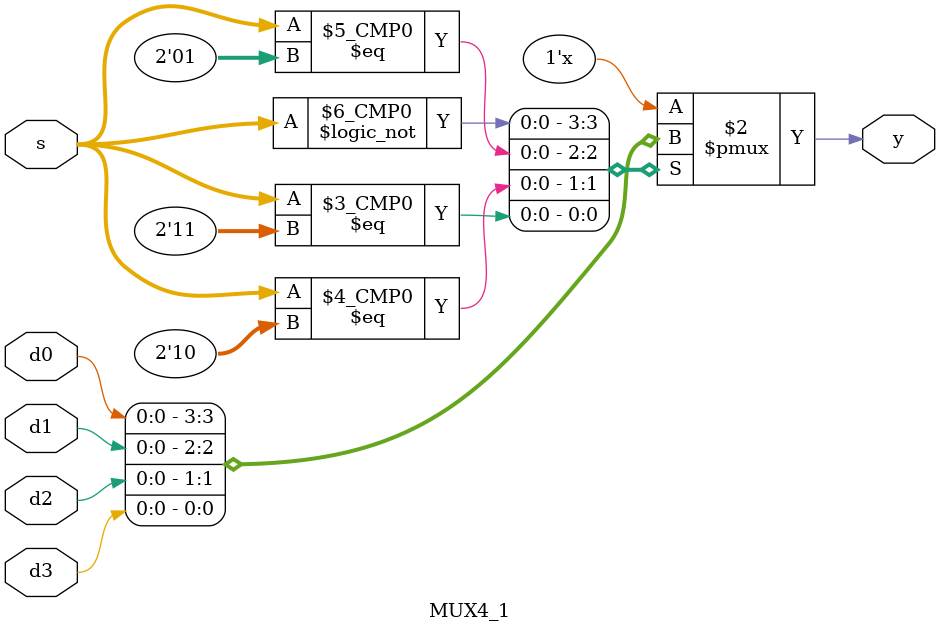
<source format=v>
module MUX4_1(d0, d1, d2, d3, s, y);
	input 	  	  d3, d2, d1, d0; 
	input 		  [1:0] s;
	output 		  y;

	reg    	  	  y;

	always@( s or d3 or d2 or d1 or d0 )
	begin
		case (s)
			0 : y = d0;
			1 : y = d1;
			2 : y = d2;
			3 : y = d3;
			default : y = d0;
		endcase
	end
endmodule
</source>
